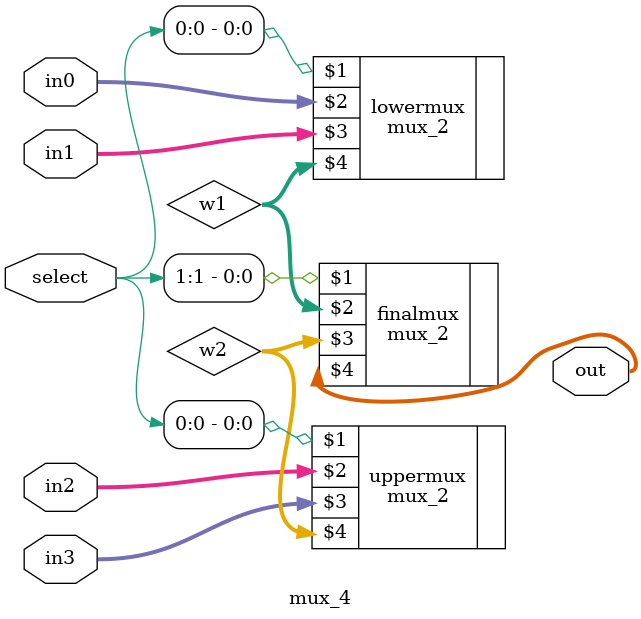
<source format=v>
module mux_4(select, in0, in1, in2, in3, out);
	input [1:0] select;
	input [31:0] in0, in1, in2, in3;
	output [31:0] out;
	wire [31:0] w1, w2;
	
	mux_2 lowermux(select[0], in0, in1, w1);
	mux_2 uppermux(select[0], in2, in3, w2);
	mux_2 finalmux(select[1], w1, w2, out);
endmodule
</source>
